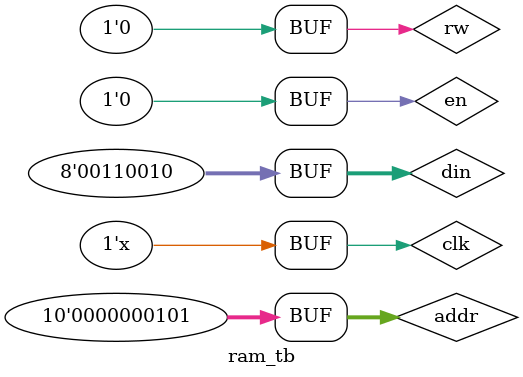
<source format=sv>
module ram_tb;
  reg en,rw,clk;
  reg [7:0]din;
  reg [9:0]addr;
  wire [7:0]dout;
  ram r1(dout,din,addr,clk,en,rw);
  initial begin
    $dumpfile("dump.vcd"); $dumpvars;
    clk=0;en=1;rw=1;
    addr=8'ha;din=8'h14;#20;
    addr=8'hff;din=8'h32;#20;
    rw=0;
    addr=8'ha;#20;
    addr=8'hff;#20;
    addr=8'h5;#20;
    en=0;#20;
  end
  always #5 clk=!clk;
endmodule
</source>
